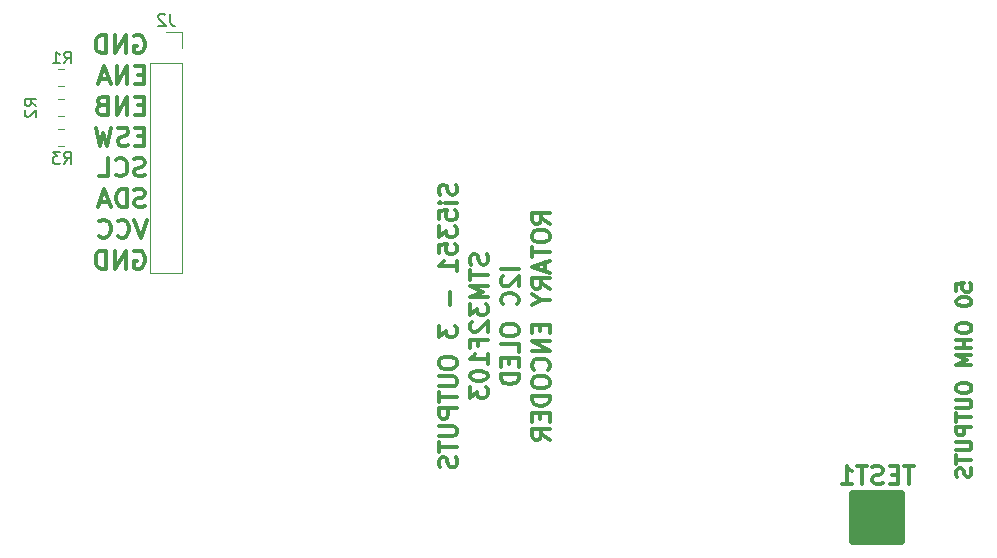
<source format=gbr>
G04 #@! TF.GenerationSoftware,KiCad,Pcbnew,(5.1.5)-3*
G04 #@! TF.CreationDate,2020-10-18T18:03:21-04:00*
G04 #@! TF.ProjectId,VFO-002,56464f2d-3030-4322-9e6b-696361645f70,1*
G04 #@! TF.SameCoordinates,Original*
G04 #@! TF.FileFunction,Legend,Bot*
G04 #@! TF.FilePolarity,Positive*
%FSLAX46Y46*%
G04 Gerber Fmt 4.6, Leading zero omitted, Abs format (unit mm)*
G04 Created by KiCad (PCBNEW (5.1.5)-3) date 2020-10-18 18:03:21*
%MOMM*%
%LPD*%
G04 APERTURE LIST*
%ADD10C,0.317500*%
%ADD11C,0.375000*%
%ADD12C,0.120000*%
%ADD13C,0.650000*%
%ADD14C,0.150000*%
%ADD15C,0.304800*%
G04 APERTURE END LIST*
D10*
X176054523Y-60520714D02*
X176054523Y-59915952D01*
X176659285Y-59855476D01*
X176598809Y-59915952D01*
X176538333Y-60036904D01*
X176538333Y-60339285D01*
X176598809Y-60460238D01*
X176659285Y-60520714D01*
X176780238Y-60581190D01*
X177082619Y-60581190D01*
X177203571Y-60520714D01*
X177264047Y-60460238D01*
X177324523Y-60339285D01*
X177324523Y-60036904D01*
X177264047Y-59915952D01*
X177203571Y-59855476D01*
X176054523Y-61367380D02*
X176054523Y-61488333D01*
X176115000Y-61609285D01*
X176175476Y-61669761D01*
X176296428Y-61730238D01*
X176538333Y-61790714D01*
X176840714Y-61790714D01*
X177082619Y-61730238D01*
X177203571Y-61669761D01*
X177264047Y-61609285D01*
X177324523Y-61488333D01*
X177324523Y-61367380D01*
X177264047Y-61246428D01*
X177203571Y-61185952D01*
X177082619Y-61125476D01*
X176840714Y-61065000D01*
X176538333Y-61065000D01*
X176296428Y-61125476D01*
X176175476Y-61185952D01*
X176115000Y-61246428D01*
X176054523Y-61367380D01*
X176054523Y-63544523D02*
X176054523Y-63786428D01*
X176115000Y-63907380D01*
X176235952Y-64028333D01*
X176477857Y-64088809D01*
X176901190Y-64088809D01*
X177143095Y-64028333D01*
X177264047Y-63907380D01*
X177324523Y-63786428D01*
X177324523Y-63544523D01*
X177264047Y-63423571D01*
X177143095Y-63302619D01*
X176901190Y-63242142D01*
X176477857Y-63242142D01*
X176235952Y-63302619D01*
X176115000Y-63423571D01*
X176054523Y-63544523D01*
X177324523Y-64633095D02*
X176054523Y-64633095D01*
X176659285Y-64633095D02*
X176659285Y-65358809D01*
X177324523Y-65358809D02*
X176054523Y-65358809D01*
X177324523Y-65963571D02*
X176054523Y-65963571D01*
X176961666Y-66386904D01*
X176054523Y-66810238D01*
X177324523Y-66810238D01*
X176054523Y-68624523D02*
X176054523Y-68866428D01*
X176115000Y-68987380D01*
X176235952Y-69108333D01*
X176477857Y-69168809D01*
X176901190Y-69168809D01*
X177143095Y-69108333D01*
X177264047Y-68987380D01*
X177324523Y-68866428D01*
X177324523Y-68624523D01*
X177264047Y-68503571D01*
X177143095Y-68382619D01*
X176901190Y-68322142D01*
X176477857Y-68322142D01*
X176235952Y-68382619D01*
X176115000Y-68503571D01*
X176054523Y-68624523D01*
X176054523Y-69713095D02*
X177082619Y-69713095D01*
X177203571Y-69773571D01*
X177264047Y-69834047D01*
X177324523Y-69955000D01*
X177324523Y-70196904D01*
X177264047Y-70317857D01*
X177203571Y-70378333D01*
X177082619Y-70438809D01*
X176054523Y-70438809D01*
X176054523Y-70862142D02*
X176054523Y-71587857D01*
X177324523Y-71225000D02*
X176054523Y-71225000D01*
X177324523Y-72011190D02*
X176054523Y-72011190D01*
X176054523Y-72495000D01*
X176115000Y-72615952D01*
X176175476Y-72676428D01*
X176296428Y-72736904D01*
X176477857Y-72736904D01*
X176598809Y-72676428D01*
X176659285Y-72615952D01*
X176719761Y-72495000D01*
X176719761Y-72011190D01*
X176054523Y-73281190D02*
X177082619Y-73281190D01*
X177203571Y-73341666D01*
X177264047Y-73402142D01*
X177324523Y-73523095D01*
X177324523Y-73765000D01*
X177264047Y-73885952D01*
X177203571Y-73946428D01*
X177082619Y-74006904D01*
X176054523Y-74006904D01*
X176054523Y-74430238D02*
X176054523Y-75155952D01*
X177324523Y-74793095D02*
X176054523Y-74793095D01*
X177264047Y-75518809D02*
X177324523Y-75700238D01*
X177324523Y-76002619D01*
X177264047Y-76123571D01*
X177203571Y-76184047D01*
X177082619Y-76244523D01*
X176961666Y-76244523D01*
X176840714Y-76184047D01*
X176780238Y-76123571D01*
X176719761Y-76002619D01*
X176659285Y-75760714D01*
X176598809Y-75639761D01*
X176538333Y-75579285D01*
X176417380Y-75518809D01*
X176296428Y-75518809D01*
X176175476Y-75579285D01*
X176115000Y-75639761D01*
X176054523Y-75760714D01*
X176054523Y-76063095D01*
X176115000Y-76244523D01*
X106463777Y-38945750D02*
X106613758Y-38873178D01*
X106838729Y-38873178D01*
X107063701Y-38945750D01*
X107213682Y-39090892D01*
X107288672Y-39236035D01*
X107363663Y-39526321D01*
X107363663Y-39744035D01*
X107288672Y-40034321D01*
X107213682Y-40179464D01*
X107063701Y-40324607D01*
X106838729Y-40397178D01*
X106688748Y-40397178D01*
X106463777Y-40324607D01*
X106388786Y-40252035D01*
X106388786Y-39744035D01*
X106688748Y-39744035D01*
X105713872Y-40397178D02*
X105713872Y-38873178D01*
X104813986Y-40397178D01*
X104813986Y-38873178D01*
X104064082Y-40397178D02*
X104064082Y-38873178D01*
X103689129Y-38873178D01*
X103464158Y-38945750D01*
X103314177Y-39090892D01*
X103239186Y-39236035D01*
X103164196Y-39526321D01*
X103164196Y-39744035D01*
X103239186Y-40034321D01*
X103314177Y-40179464D01*
X103464158Y-40324607D01*
X103689129Y-40397178D01*
X104064082Y-40397178D01*
X107288672Y-42202392D02*
X106763739Y-42202392D01*
X106538767Y-43000678D02*
X107288672Y-43000678D01*
X107288672Y-41476678D01*
X106538767Y-41476678D01*
X105863853Y-43000678D02*
X105863853Y-41476678D01*
X104963967Y-43000678D01*
X104963967Y-41476678D01*
X104289053Y-42565250D02*
X103539148Y-42565250D01*
X104439034Y-43000678D02*
X103914101Y-41476678D01*
X103389167Y-43000678D01*
X107288672Y-44805892D02*
X106763739Y-44805892D01*
X106538767Y-45604178D02*
X107288672Y-45604178D01*
X107288672Y-44080178D01*
X106538767Y-44080178D01*
X105863853Y-45604178D02*
X105863853Y-44080178D01*
X104963967Y-45604178D01*
X104963967Y-44080178D01*
X103689129Y-44805892D02*
X103464158Y-44878464D01*
X103389167Y-44951035D01*
X103314177Y-45096178D01*
X103314177Y-45313892D01*
X103389167Y-45459035D01*
X103464158Y-45531607D01*
X103614139Y-45604178D01*
X104214063Y-45604178D01*
X104214063Y-44080178D01*
X103689129Y-44080178D01*
X103539148Y-44152750D01*
X103464158Y-44225321D01*
X103389167Y-44370464D01*
X103389167Y-44515607D01*
X103464158Y-44660750D01*
X103539148Y-44733321D01*
X103689129Y-44805892D01*
X104214063Y-44805892D01*
X107288672Y-47409392D02*
X106763739Y-47409392D01*
X106538767Y-48207678D02*
X107288672Y-48207678D01*
X107288672Y-46683678D01*
X106538767Y-46683678D01*
X105938844Y-48135107D02*
X105713872Y-48207678D01*
X105338920Y-48207678D01*
X105188939Y-48135107D01*
X105113948Y-48062535D01*
X105038958Y-47917392D01*
X105038958Y-47772250D01*
X105113948Y-47627107D01*
X105188939Y-47554535D01*
X105338920Y-47481964D01*
X105638882Y-47409392D01*
X105788863Y-47336821D01*
X105863853Y-47264250D01*
X105938844Y-47119107D01*
X105938844Y-46973964D01*
X105863853Y-46828821D01*
X105788863Y-46756250D01*
X105638882Y-46683678D01*
X105263929Y-46683678D01*
X105038958Y-46756250D01*
X104514025Y-46683678D02*
X104139072Y-48207678D01*
X103839110Y-47119107D01*
X103539148Y-48207678D01*
X103164196Y-46683678D01*
X107363663Y-50738607D02*
X107138691Y-50811178D01*
X106763739Y-50811178D01*
X106613758Y-50738607D01*
X106538767Y-50666035D01*
X106463777Y-50520892D01*
X106463777Y-50375750D01*
X106538767Y-50230607D01*
X106613758Y-50158035D01*
X106763739Y-50085464D01*
X107063701Y-50012892D01*
X107213682Y-49940321D01*
X107288672Y-49867750D01*
X107363663Y-49722607D01*
X107363663Y-49577464D01*
X107288672Y-49432321D01*
X107213682Y-49359750D01*
X107063701Y-49287178D01*
X106688748Y-49287178D01*
X106463777Y-49359750D01*
X104888977Y-50666035D02*
X104963967Y-50738607D01*
X105188939Y-50811178D01*
X105338920Y-50811178D01*
X105563891Y-50738607D01*
X105713872Y-50593464D01*
X105788863Y-50448321D01*
X105863853Y-50158035D01*
X105863853Y-49940321D01*
X105788863Y-49650035D01*
X105713872Y-49504892D01*
X105563891Y-49359750D01*
X105338920Y-49287178D01*
X105188939Y-49287178D01*
X104963967Y-49359750D01*
X104888977Y-49432321D01*
X103464158Y-50811178D02*
X104214063Y-50811178D01*
X104214063Y-49287178D01*
X107363663Y-53342107D02*
X107138691Y-53414678D01*
X106763739Y-53414678D01*
X106613758Y-53342107D01*
X106538767Y-53269535D01*
X106463777Y-53124392D01*
X106463777Y-52979250D01*
X106538767Y-52834107D01*
X106613758Y-52761535D01*
X106763739Y-52688964D01*
X107063701Y-52616392D01*
X107213682Y-52543821D01*
X107288672Y-52471250D01*
X107363663Y-52326107D01*
X107363663Y-52180964D01*
X107288672Y-52035821D01*
X107213682Y-51963250D01*
X107063701Y-51890678D01*
X106688748Y-51890678D01*
X106463777Y-51963250D01*
X105788863Y-53414678D02*
X105788863Y-51890678D01*
X105413910Y-51890678D01*
X105188939Y-51963250D01*
X105038958Y-52108392D01*
X104963967Y-52253535D01*
X104888977Y-52543821D01*
X104888977Y-52761535D01*
X104963967Y-53051821D01*
X105038958Y-53196964D01*
X105188939Y-53342107D01*
X105413910Y-53414678D01*
X105788863Y-53414678D01*
X104289053Y-52979250D02*
X103539148Y-52979250D01*
X104439034Y-53414678D02*
X103914101Y-51890678D01*
X103389167Y-53414678D01*
X107513644Y-54494178D02*
X106988710Y-56018178D01*
X106463777Y-54494178D01*
X105038958Y-55873035D02*
X105113948Y-55945607D01*
X105338920Y-56018178D01*
X105488901Y-56018178D01*
X105713872Y-55945607D01*
X105863853Y-55800464D01*
X105938844Y-55655321D01*
X106013834Y-55365035D01*
X106013834Y-55147321D01*
X105938844Y-54857035D01*
X105863853Y-54711892D01*
X105713872Y-54566750D01*
X105488901Y-54494178D01*
X105338920Y-54494178D01*
X105113948Y-54566750D01*
X105038958Y-54639321D01*
X103464158Y-55873035D02*
X103539148Y-55945607D01*
X103764120Y-56018178D01*
X103914101Y-56018178D01*
X104139072Y-55945607D01*
X104289053Y-55800464D01*
X104364044Y-55655321D01*
X104439034Y-55365035D01*
X104439034Y-55147321D01*
X104364044Y-54857035D01*
X104289053Y-54711892D01*
X104139072Y-54566750D01*
X103914101Y-54494178D01*
X103764120Y-54494178D01*
X103539148Y-54566750D01*
X103464158Y-54639321D01*
X106463777Y-57170250D02*
X106613758Y-57097678D01*
X106838729Y-57097678D01*
X107063701Y-57170250D01*
X107213682Y-57315392D01*
X107288672Y-57460535D01*
X107363663Y-57750821D01*
X107363663Y-57968535D01*
X107288672Y-58258821D01*
X107213682Y-58403964D01*
X107063701Y-58549107D01*
X106838729Y-58621678D01*
X106688748Y-58621678D01*
X106463777Y-58549107D01*
X106388786Y-58476535D01*
X106388786Y-57968535D01*
X106688748Y-57968535D01*
X105713872Y-58621678D02*
X105713872Y-57097678D01*
X104813986Y-58621678D01*
X104813986Y-57097678D01*
X104064082Y-58621678D02*
X104064082Y-57097678D01*
X103689129Y-57097678D01*
X103464158Y-57170250D01*
X103314177Y-57315392D01*
X103239186Y-57460535D01*
X103164196Y-57750821D01*
X103164196Y-57968535D01*
X103239186Y-58258821D01*
X103314177Y-58403964D01*
X103464158Y-58549107D01*
X103689129Y-58621678D01*
X104064082Y-58621678D01*
D11*
X133669642Y-51535714D02*
X133741071Y-51750000D01*
X133741071Y-52107142D01*
X133669642Y-52250000D01*
X133598214Y-52321428D01*
X133455357Y-52392857D01*
X133312500Y-52392857D01*
X133169642Y-52321428D01*
X133098214Y-52250000D01*
X133026785Y-52107142D01*
X132955357Y-51821428D01*
X132883928Y-51678571D01*
X132812500Y-51607142D01*
X132669642Y-51535714D01*
X132526785Y-51535714D01*
X132383928Y-51607142D01*
X132312500Y-51678571D01*
X132241071Y-51821428D01*
X132241071Y-52178571D01*
X132312500Y-52392857D01*
X133741071Y-53035714D02*
X132741071Y-53035714D01*
X132241071Y-53035714D02*
X132312500Y-52964285D01*
X132383928Y-53035714D01*
X132312500Y-53107142D01*
X132241071Y-53035714D01*
X132383928Y-53035714D01*
X132241071Y-54464285D02*
X132241071Y-53750000D01*
X132955357Y-53678571D01*
X132883928Y-53750000D01*
X132812500Y-53892857D01*
X132812500Y-54250000D01*
X132883928Y-54392857D01*
X132955357Y-54464285D01*
X133098214Y-54535714D01*
X133455357Y-54535714D01*
X133598214Y-54464285D01*
X133669642Y-54392857D01*
X133741071Y-54250000D01*
X133741071Y-53892857D01*
X133669642Y-53750000D01*
X133598214Y-53678571D01*
X132241071Y-55035714D02*
X132241071Y-55964285D01*
X132812500Y-55464285D01*
X132812500Y-55678571D01*
X132883928Y-55821428D01*
X132955357Y-55892857D01*
X133098214Y-55964285D01*
X133455357Y-55964285D01*
X133598214Y-55892857D01*
X133669642Y-55821428D01*
X133741071Y-55678571D01*
X133741071Y-55250000D01*
X133669642Y-55107142D01*
X133598214Y-55035714D01*
X132241071Y-57321428D02*
X132241071Y-56607142D01*
X132955357Y-56535714D01*
X132883928Y-56607142D01*
X132812500Y-56750000D01*
X132812500Y-57107142D01*
X132883928Y-57250000D01*
X132955357Y-57321428D01*
X133098214Y-57392857D01*
X133455357Y-57392857D01*
X133598214Y-57321428D01*
X133669642Y-57250000D01*
X133741071Y-57107142D01*
X133741071Y-56750000D01*
X133669642Y-56607142D01*
X133598214Y-56535714D01*
X133741071Y-58821428D02*
X133741071Y-57964285D01*
X133741071Y-58392857D02*
X132241071Y-58392857D01*
X132455357Y-58250000D01*
X132598214Y-58107142D01*
X132669642Y-57964285D01*
X133169642Y-60607142D02*
X133169642Y-61750000D01*
X132241071Y-63464285D02*
X132241071Y-64392857D01*
X132812500Y-63892857D01*
X132812500Y-64107142D01*
X132883928Y-64250000D01*
X132955357Y-64321428D01*
X133098214Y-64392857D01*
X133455357Y-64392857D01*
X133598214Y-64321428D01*
X133669642Y-64250000D01*
X133741071Y-64107142D01*
X133741071Y-63678571D01*
X133669642Y-63535714D01*
X133598214Y-63464285D01*
X132241071Y-66464285D02*
X132241071Y-66750000D01*
X132312500Y-66892857D01*
X132455357Y-67035714D01*
X132741071Y-67107142D01*
X133241071Y-67107142D01*
X133526785Y-67035714D01*
X133669642Y-66892857D01*
X133741071Y-66750000D01*
X133741071Y-66464285D01*
X133669642Y-66321428D01*
X133526785Y-66178571D01*
X133241071Y-66107142D01*
X132741071Y-66107142D01*
X132455357Y-66178571D01*
X132312500Y-66321428D01*
X132241071Y-66464285D01*
X132241071Y-67750000D02*
X133455357Y-67750000D01*
X133598214Y-67821428D01*
X133669642Y-67892857D01*
X133741071Y-68035714D01*
X133741071Y-68321428D01*
X133669642Y-68464285D01*
X133598214Y-68535714D01*
X133455357Y-68607142D01*
X132241071Y-68607142D01*
X132241071Y-69107142D02*
X132241071Y-69964285D01*
X133741071Y-69535714D02*
X132241071Y-69535714D01*
X133741071Y-70464285D02*
X132241071Y-70464285D01*
X132241071Y-71035714D01*
X132312500Y-71178571D01*
X132383928Y-71250000D01*
X132526785Y-71321428D01*
X132741071Y-71321428D01*
X132883928Y-71250000D01*
X132955357Y-71178571D01*
X133026785Y-71035714D01*
X133026785Y-70464285D01*
X132241071Y-71964285D02*
X133455357Y-71964285D01*
X133598214Y-72035714D01*
X133669642Y-72107142D01*
X133741071Y-72250000D01*
X133741071Y-72535714D01*
X133669642Y-72678571D01*
X133598214Y-72750000D01*
X133455357Y-72821428D01*
X132241071Y-72821428D01*
X132241071Y-73321428D02*
X132241071Y-74178571D01*
X133741071Y-73750000D02*
X132241071Y-73750000D01*
X133669642Y-74607142D02*
X133741071Y-74821428D01*
X133741071Y-75178571D01*
X133669642Y-75321428D01*
X133598214Y-75392857D01*
X133455357Y-75464285D01*
X133312500Y-75464285D01*
X133169642Y-75392857D01*
X133098214Y-75321428D01*
X133026785Y-75178571D01*
X132955357Y-74892857D01*
X132883928Y-74750000D01*
X132812500Y-74678571D01*
X132669642Y-74607142D01*
X132526785Y-74607142D01*
X132383928Y-74678571D01*
X132312500Y-74750000D01*
X132241071Y-74892857D01*
X132241071Y-75250000D01*
X132312500Y-75464285D01*
X136294642Y-57428571D02*
X136366071Y-57642857D01*
X136366071Y-58000000D01*
X136294642Y-58142857D01*
X136223214Y-58214285D01*
X136080357Y-58285714D01*
X135937500Y-58285714D01*
X135794642Y-58214285D01*
X135723214Y-58142857D01*
X135651785Y-58000000D01*
X135580357Y-57714285D01*
X135508928Y-57571428D01*
X135437500Y-57500000D01*
X135294642Y-57428571D01*
X135151785Y-57428571D01*
X135008928Y-57500000D01*
X134937500Y-57571428D01*
X134866071Y-57714285D01*
X134866071Y-58071428D01*
X134937500Y-58285714D01*
X134866071Y-58714285D02*
X134866071Y-59571428D01*
X136366071Y-59142857D02*
X134866071Y-59142857D01*
X136366071Y-60071428D02*
X134866071Y-60071428D01*
X135937500Y-60571428D01*
X134866071Y-61071428D01*
X136366071Y-61071428D01*
X134866071Y-61642857D02*
X134866071Y-62571428D01*
X135437500Y-62071428D01*
X135437500Y-62285714D01*
X135508928Y-62428571D01*
X135580357Y-62500000D01*
X135723214Y-62571428D01*
X136080357Y-62571428D01*
X136223214Y-62500000D01*
X136294642Y-62428571D01*
X136366071Y-62285714D01*
X136366071Y-61857142D01*
X136294642Y-61714285D01*
X136223214Y-61642857D01*
X135008928Y-63142857D02*
X134937500Y-63214285D01*
X134866071Y-63357142D01*
X134866071Y-63714285D01*
X134937500Y-63857142D01*
X135008928Y-63928571D01*
X135151785Y-64000000D01*
X135294642Y-64000000D01*
X135508928Y-63928571D01*
X136366071Y-63071428D01*
X136366071Y-64000000D01*
X135580357Y-65142857D02*
X135580357Y-64642857D01*
X136366071Y-64642857D02*
X134866071Y-64642857D01*
X134866071Y-65357142D01*
X136366071Y-66714285D02*
X136366071Y-65857142D01*
X136366071Y-66285714D02*
X134866071Y-66285714D01*
X135080357Y-66142857D01*
X135223214Y-66000000D01*
X135294642Y-65857142D01*
X134866071Y-67642857D02*
X134866071Y-67785714D01*
X134937500Y-67928571D01*
X135008928Y-68000000D01*
X135151785Y-68071428D01*
X135437500Y-68142857D01*
X135794642Y-68142857D01*
X136080357Y-68071428D01*
X136223214Y-68000000D01*
X136294642Y-67928571D01*
X136366071Y-67785714D01*
X136366071Y-67642857D01*
X136294642Y-67500000D01*
X136223214Y-67428571D01*
X136080357Y-67357142D01*
X135794642Y-67285714D01*
X135437500Y-67285714D01*
X135151785Y-67357142D01*
X135008928Y-67428571D01*
X134937500Y-67500000D01*
X134866071Y-67642857D01*
X134866071Y-68642857D02*
X134866071Y-69571428D01*
X135437500Y-69071428D01*
X135437500Y-69285714D01*
X135508928Y-69428571D01*
X135580357Y-69500000D01*
X135723214Y-69571428D01*
X136080357Y-69571428D01*
X136223214Y-69500000D01*
X136294642Y-69428571D01*
X136366071Y-69285714D01*
X136366071Y-68857142D01*
X136294642Y-68714285D01*
X136223214Y-68642857D01*
X138991071Y-58642857D02*
X137491071Y-58642857D01*
X137633928Y-59285714D02*
X137562500Y-59357142D01*
X137491071Y-59500000D01*
X137491071Y-59857142D01*
X137562500Y-60000000D01*
X137633928Y-60071428D01*
X137776785Y-60142857D01*
X137919642Y-60142857D01*
X138133928Y-60071428D01*
X138991071Y-59214285D01*
X138991071Y-60142857D01*
X138848214Y-61642857D02*
X138919642Y-61571428D01*
X138991071Y-61357142D01*
X138991071Y-61214285D01*
X138919642Y-61000000D01*
X138776785Y-60857142D01*
X138633928Y-60785714D01*
X138348214Y-60714285D01*
X138133928Y-60714285D01*
X137848214Y-60785714D01*
X137705357Y-60857142D01*
X137562500Y-61000000D01*
X137491071Y-61214285D01*
X137491071Y-61357142D01*
X137562500Y-61571428D01*
X137633928Y-61642857D01*
X137491071Y-63714285D02*
X137491071Y-64000000D01*
X137562500Y-64142857D01*
X137705357Y-64285714D01*
X137991071Y-64357142D01*
X138491071Y-64357142D01*
X138776785Y-64285714D01*
X138919642Y-64142857D01*
X138991071Y-64000000D01*
X138991071Y-63714285D01*
X138919642Y-63571428D01*
X138776785Y-63428571D01*
X138491071Y-63357142D01*
X137991071Y-63357142D01*
X137705357Y-63428571D01*
X137562500Y-63571428D01*
X137491071Y-63714285D01*
X138991071Y-65714285D02*
X138991071Y-65000000D01*
X137491071Y-65000000D01*
X138205357Y-66214285D02*
X138205357Y-66714285D01*
X138991071Y-66928571D02*
X138991071Y-66214285D01*
X137491071Y-66214285D01*
X137491071Y-66928571D01*
X138991071Y-67571428D02*
X137491071Y-67571428D01*
X137491071Y-67928571D01*
X137562500Y-68142857D01*
X137705357Y-68285714D01*
X137848214Y-68357142D01*
X138133928Y-68428571D01*
X138348214Y-68428571D01*
X138633928Y-68357142D01*
X138776785Y-68285714D01*
X138919642Y-68142857D01*
X138991071Y-67928571D01*
X138991071Y-67571428D01*
X141616071Y-54821428D02*
X140901785Y-54321428D01*
X141616071Y-53964285D02*
X140116071Y-53964285D01*
X140116071Y-54535714D01*
X140187500Y-54678571D01*
X140258928Y-54750000D01*
X140401785Y-54821428D01*
X140616071Y-54821428D01*
X140758928Y-54750000D01*
X140830357Y-54678571D01*
X140901785Y-54535714D01*
X140901785Y-53964285D01*
X140116071Y-55750000D02*
X140116071Y-56035714D01*
X140187500Y-56178571D01*
X140330357Y-56321428D01*
X140616071Y-56392857D01*
X141116071Y-56392857D01*
X141401785Y-56321428D01*
X141544642Y-56178571D01*
X141616071Y-56035714D01*
X141616071Y-55750000D01*
X141544642Y-55607142D01*
X141401785Y-55464285D01*
X141116071Y-55392857D01*
X140616071Y-55392857D01*
X140330357Y-55464285D01*
X140187500Y-55607142D01*
X140116071Y-55750000D01*
X140116071Y-56821428D02*
X140116071Y-57678571D01*
X141616071Y-57250000D02*
X140116071Y-57250000D01*
X141187500Y-58107142D02*
X141187500Y-58821428D01*
X141616071Y-57964285D02*
X140116071Y-58464285D01*
X141616071Y-58964285D01*
X141616071Y-60321428D02*
X140901785Y-59821428D01*
X141616071Y-59464285D02*
X140116071Y-59464285D01*
X140116071Y-60035714D01*
X140187500Y-60178571D01*
X140258928Y-60250000D01*
X140401785Y-60321428D01*
X140616071Y-60321428D01*
X140758928Y-60250000D01*
X140830357Y-60178571D01*
X140901785Y-60035714D01*
X140901785Y-59464285D01*
X140901785Y-61250000D02*
X141616071Y-61250000D01*
X140116071Y-60750000D02*
X140901785Y-61250000D01*
X140116071Y-61750000D01*
X140830357Y-63392857D02*
X140830357Y-63892857D01*
X141616071Y-64107142D02*
X141616071Y-63392857D01*
X140116071Y-63392857D01*
X140116071Y-64107142D01*
X141616071Y-64750000D02*
X140116071Y-64750000D01*
X141616071Y-65607142D01*
X140116071Y-65607142D01*
X141473214Y-67178571D02*
X141544642Y-67107142D01*
X141616071Y-66892857D01*
X141616071Y-66750000D01*
X141544642Y-66535714D01*
X141401785Y-66392857D01*
X141258928Y-66321428D01*
X140973214Y-66250000D01*
X140758928Y-66250000D01*
X140473214Y-66321428D01*
X140330357Y-66392857D01*
X140187500Y-66535714D01*
X140116071Y-66750000D01*
X140116071Y-66892857D01*
X140187500Y-67107142D01*
X140258928Y-67178571D01*
X140116071Y-68107142D02*
X140116071Y-68392857D01*
X140187500Y-68535714D01*
X140330357Y-68678571D01*
X140616071Y-68750000D01*
X141116071Y-68750000D01*
X141401785Y-68678571D01*
X141544642Y-68535714D01*
X141616071Y-68392857D01*
X141616071Y-68107142D01*
X141544642Y-67964285D01*
X141401785Y-67821428D01*
X141116071Y-67750000D01*
X140616071Y-67750000D01*
X140330357Y-67821428D01*
X140187500Y-67964285D01*
X140116071Y-68107142D01*
X141616071Y-69392857D02*
X140116071Y-69392857D01*
X140116071Y-69750000D01*
X140187500Y-69964285D01*
X140330357Y-70107142D01*
X140473214Y-70178571D01*
X140758928Y-70249999D01*
X140973214Y-70249999D01*
X141258928Y-70178571D01*
X141401785Y-70107142D01*
X141544642Y-69964285D01*
X141616071Y-69750000D01*
X141616071Y-69392857D01*
X140830357Y-70892857D02*
X140830357Y-71392857D01*
X141616071Y-71607142D02*
X141616071Y-70892857D01*
X140116071Y-70892857D01*
X140116071Y-71607142D01*
X141616071Y-73107142D02*
X140901785Y-72607142D01*
X141616071Y-72249999D02*
X140116071Y-72249999D01*
X140116071Y-72821428D01*
X140187500Y-72964285D01*
X140258928Y-73035714D01*
X140401785Y-73107142D01*
X140616071Y-73107142D01*
X140758928Y-73035714D01*
X140830357Y-72964285D01*
X140901785Y-72821428D01*
X140901785Y-72249999D01*
D12*
X110470000Y-38600000D02*
X109140000Y-38600000D01*
X110470000Y-39930000D02*
X110470000Y-38600000D01*
X110470000Y-41200000D02*
X107810000Y-41200000D01*
X107810000Y-41200000D02*
X107810000Y-59040000D01*
X110470000Y-41200000D02*
X110470000Y-59040000D01*
X110470000Y-59040000D02*
X107810000Y-59040000D01*
X99988748Y-44300000D02*
X100511252Y-44300000D01*
X99988748Y-45720000D02*
X100511252Y-45720000D01*
X99988748Y-41760000D02*
X100511252Y-41760000D01*
X99988748Y-43180000D02*
X100511252Y-43180000D01*
X99988748Y-46840000D02*
X100511252Y-46840000D01*
X99988748Y-48260000D02*
X100511252Y-48260000D01*
D13*
X167338000Y-81181000D02*
X171338000Y-81181000D01*
X167338000Y-80681000D02*
X167338000Y-81181000D01*
X171338000Y-80681000D02*
X167338000Y-80681000D01*
X171338000Y-80181000D02*
X171338000Y-80681000D01*
X170838000Y-80181000D02*
X171338000Y-80181000D01*
X167338000Y-80181000D02*
X170838000Y-80181000D01*
X167338000Y-79681000D02*
X167338000Y-80181000D01*
X171338000Y-79681000D02*
X167338000Y-79681000D01*
X171338000Y-79181000D02*
X171338000Y-79681000D01*
X167338000Y-79181000D02*
X171338000Y-79181000D01*
X167338000Y-78681000D02*
X167338000Y-79181000D01*
X171338000Y-78681000D02*
X167338000Y-78681000D01*
X171338000Y-78181000D02*
X171338000Y-78681000D01*
X167338000Y-78181000D02*
X171338000Y-78181000D01*
X167338000Y-77681000D02*
X167338000Y-78181000D01*
X167338000Y-81681000D02*
X167338000Y-77681000D01*
X171338000Y-81681000D02*
X167338000Y-81681000D01*
X171338000Y-77681000D02*
X171338000Y-81681000D01*
X167338000Y-77681000D02*
X171338000Y-77681000D01*
D14*
X109473333Y-37052380D02*
X109473333Y-37766666D01*
X109520952Y-37909523D01*
X109616190Y-38004761D01*
X109759047Y-38052380D01*
X109854285Y-38052380D01*
X109044761Y-37147619D02*
X108997142Y-37100000D01*
X108901904Y-37052380D01*
X108663809Y-37052380D01*
X108568571Y-37100000D01*
X108520952Y-37147619D01*
X108473333Y-37242857D01*
X108473333Y-37338095D01*
X108520952Y-37480952D01*
X109092380Y-38052380D01*
X108473333Y-38052380D01*
X98162380Y-44843333D02*
X97686190Y-44510000D01*
X98162380Y-44271904D02*
X97162380Y-44271904D01*
X97162380Y-44652857D01*
X97210000Y-44748095D01*
X97257619Y-44795714D01*
X97352857Y-44843333D01*
X97495714Y-44843333D01*
X97590952Y-44795714D01*
X97638571Y-44748095D01*
X97686190Y-44652857D01*
X97686190Y-44271904D01*
X97257619Y-45224285D02*
X97210000Y-45271904D01*
X97162380Y-45367142D01*
X97162380Y-45605238D01*
X97210000Y-45700476D01*
X97257619Y-45748095D01*
X97352857Y-45795714D01*
X97448095Y-45795714D01*
X97590952Y-45748095D01*
X98162380Y-45176666D01*
X98162380Y-45795714D01*
X100506666Y-41252380D02*
X100840000Y-40776190D01*
X101078095Y-41252380D02*
X101078095Y-40252380D01*
X100697142Y-40252380D01*
X100601904Y-40300000D01*
X100554285Y-40347619D01*
X100506666Y-40442857D01*
X100506666Y-40585714D01*
X100554285Y-40680952D01*
X100601904Y-40728571D01*
X100697142Y-40776190D01*
X101078095Y-40776190D01*
X99554285Y-41252380D02*
X100125714Y-41252380D01*
X99840000Y-41252380D02*
X99840000Y-40252380D01*
X99935238Y-40395238D01*
X100030476Y-40490476D01*
X100125714Y-40538095D01*
X100506666Y-49752380D02*
X100840000Y-49276190D01*
X101078095Y-49752380D02*
X101078095Y-48752380D01*
X100697142Y-48752380D01*
X100601904Y-48800000D01*
X100554285Y-48847619D01*
X100506666Y-48942857D01*
X100506666Y-49085714D01*
X100554285Y-49180952D01*
X100601904Y-49228571D01*
X100697142Y-49276190D01*
X101078095Y-49276190D01*
X100173333Y-48752380D02*
X99554285Y-48752380D01*
X99887619Y-49133333D01*
X99744761Y-49133333D01*
X99649523Y-49180952D01*
X99601904Y-49228571D01*
X99554285Y-49323809D01*
X99554285Y-49561904D01*
X99601904Y-49657142D01*
X99649523Y-49704761D01*
X99744761Y-49752380D01*
X100030476Y-49752380D01*
X100125714Y-49704761D01*
X100173333Y-49657142D01*
D15*
X172494857Y-75346428D02*
X171624000Y-75346428D01*
X172059428Y-76870428D02*
X172059428Y-75346428D01*
X171116000Y-76072142D02*
X170608000Y-76072142D01*
X170390285Y-76870428D02*
X171116000Y-76870428D01*
X171116000Y-75346428D01*
X170390285Y-75346428D01*
X169809714Y-76797857D02*
X169592000Y-76870428D01*
X169229142Y-76870428D01*
X169084000Y-76797857D01*
X169011428Y-76725285D01*
X168938857Y-76580142D01*
X168938857Y-76435000D01*
X169011428Y-76289857D01*
X169084000Y-76217285D01*
X169229142Y-76144714D01*
X169519428Y-76072142D01*
X169664571Y-75999571D01*
X169737142Y-75927000D01*
X169809714Y-75781857D01*
X169809714Y-75636714D01*
X169737142Y-75491571D01*
X169664571Y-75419000D01*
X169519428Y-75346428D01*
X169156571Y-75346428D01*
X168938857Y-75419000D01*
X168503428Y-75346428D02*
X167632571Y-75346428D01*
X168068000Y-76870428D02*
X168068000Y-75346428D01*
X166326285Y-76870428D02*
X167197142Y-76870428D01*
X166761714Y-76870428D02*
X166761714Y-75346428D01*
X166906857Y-75564142D01*
X167052000Y-75709285D01*
X167197142Y-75781857D01*
M02*

</source>
